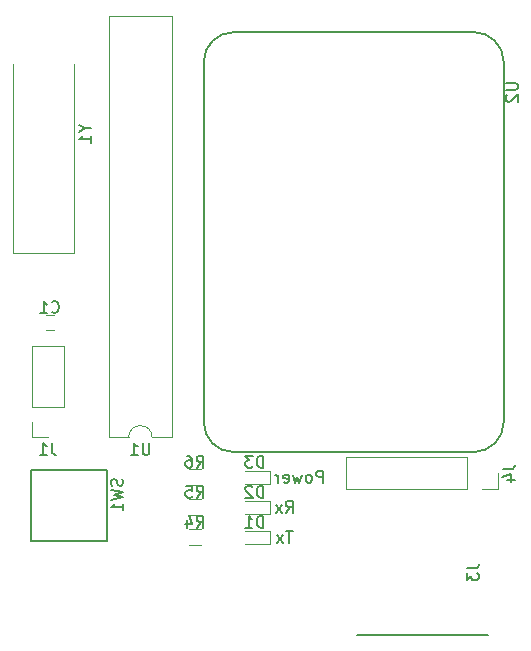
<source format=gbr>
G04 #@! TF.GenerationSoftware,KiCad,Pcbnew,(5.0.2)-1*
G04 #@! TF.CreationDate,2020-05-31T20:08:57-05:00*
G04 #@! TF.ProjectId,ClockBoard,436c6f63-6b42-46f6-9172-642e6b696361,rev?*
G04 #@! TF.SameCoordinates,Original*
G04 #@! TF.FileFunction,Legend,Bot*
G04 #@! TF.FilePolarity,Positive*
%FSLAX46Y46*%
G04 Gerber Fmt 4.6, Leading zero omitted, Abs format (unit mm)*
G04 Created by KiCad (PCBNEW (5.0.2)-1) date 5/31/2020 8:08:57 PM*
%MOMM*%
%LPD*%
G01*
G04 APERTURE LIST*
%ADD10C,0.150000*%
%ADD11C,0.120000*%
G04 APERTURE END LIST*
D10*
G04 #@! TO.C,U2*
X162560000Y-76200000D02*
X142240000Y-76200000D01*
X142240000Y-111760000D02*
X162560000Y-111760000D01*
X139700000Y-78740000D02*
X139700000Y-109220000D01*
X162560000Y-76200000D02*
G75*
G02X165100000Y-78740000I0J-2540000D01*
G01*
X139700000Y-78740000D02*
G75*
G02X142240000Y-76200000I2540000J0D01*
G01*
X165100000Y-78740000D02*
X165100000Y-109220000D01*
X165100000Y-109220000D02*
G75*
G02X162560000Y-111760000I-2540000J0D01*
G01*
X165100000Y-109220000D02*
G75*
G02X162560000Y-111760000I-2540000J0D01*
G01*
X142240000Y-111760000D02*
G75*
G02X139700000Y-109220000I0J2540000D01*
G01*
D11*
G04 #@! TO.C,C1*
X127009600Y-100187200D02*
X126309600Y-100187200D01*
X126309600Y-101387200D02*
X127009600Y-101387200D01*
G04 #@! TO.C,D1*
X145318000Y-118403600D02*
X145318000Y-119543600D01*
X145318000Y-119543600D02*
X143218000Y-119543600D01*
X145318000Y-118403600D02*
X143218000Y-118403600D01*
G04 #@! TO.C,D2*
X145318000Y-115863600D02*
X145318000Y-117003600D01*
X145318000Y-117003600D02*
X143218000Y-117003600D01*
X145318000Y-115863600D02*
X143218000Y-115863600D01*
G04 #@! TO.C,D3*
X145318000Y-113323600D02*
X145318000Y-114463600D01*
X145318000Y-114463600D02*
X143218000Y-114463600D01*
X145318000Y-113323600D02*
X143218000Y-113323600D01*
G04 #@! TO.C,J1*
X125187400Y-102784600D02*
X127847400Y-102784600D01*
X125187400Y-107924600D02*
X125187400Y-102784600D01*
X127847400Y-107924600D02*
X127847400Y-102784600D01*
X125187400Y-107924600D02*
X127847400Y-107924600D01*
X125187400Y-109194600D02*
X125187400Y-110524600D01*
X125187400Y-110524600D02*
X126517400Y-110524600D01*
G04 #@! TO.C,R4*
X139438000Y-118293600D02*
X138438000Y-118293600D01*
X138438000Y-119653600D02*
X139438000Y-119653600D01*
G04 #@! TO.C,R5*
X139438000Y-115753600D02*
X138438000Y-115753600D01*
X138438000Y-117113600D02*
X139438000Y-117113600D01*
G04 #@! TO.C,R6*
X139438000Y-113213600D02*
X138438000Y-113213600D01*
X138438000Y-114573600D02*
X139438000Y-114573600D01*
D10*
G04 #@! TO.C,SW1*
X125056000Y-119318800D02*
X125056000Y-113318800D01*
X131556000Y-119318800D02*
X125056000Y-119318800D01*
X131556000Y-113318800D02*
X131556000Y-119318800D01*
X125056000Y-113318800D02*
X131556000Y-113318800D01*
D11*
G04 #@! TO.C,U1*
X135340600Y-110524600D02*
G75*
G03X133340600Y-110524600I-1000000J0D01*
G01*
X133340600Y-110524600D02*
X131690600Y-110524600D01*
X131690600Y-110524600D02*
X131690600Y-74844600D01*
X131690600Y-74844600D02*
X136990600Y-74844600D01*
X136990600Y-74844600D02*
X136990600Y-110524600D01*
X136990600Y-110524600D02*
X135340600Y-110524600D01*
G04 #@! TO.C,Y1*
X128686400Y-78936000D02*
X128686400Y-94911000D01*
X128686400Y-94911000D02*
X123586400Y-94911000D01*
X123586400Y-94911000D02*
X123586400Y-78936000D01*
G04 #@! TO.C,J4*
X151763802Y-114868000D02*
X151763802Y-112208000D01*
X161983802Y-114868000D02*
X151763802Y-114868000D01*
X161983802Y-112208000D02*
X151763802Y-112208000D01*
X161983802Y-114868000D02*
X161983802Y-112208000D01*
X163253802Y-114868000D02*
X164583802Y-114868000D01*
X164583802Y-114868000D02*
X164583802Y-113538000D01*
D10*
G04 #@! TO.C,J3*
X152641200Y-127214100D02*
X163741200Y-127214100D01*
G04 #@! TO.C,U2*
X165283083Y-80518394D02*
X166092607Y-80518394D01*
X166187845Y-80566013D01*
X166235464Y-80613632D01*
X166283083Y-80708870D01*
X166283083Y-80899346D01*
X166235464Y-80994584D01*
X166187845Y-81042203D01*
X166092607Y-81089822D01*
X165283083Y-81089822D01*
X165378322Y-81518394D02*
X165330703Y-81566013D01*
X165283083Y-81661251D01*
X165283083Y-81899346D01*
X165330703Y-81994584D01*
X165378322Y-82042203D01*
X165473560Y-82089822D01*
X165568798Y-82089822D01*
X165711655Y-82042203D01*
X166283083Y-81470775D01*
X166283083Y-82089822D01*
G04 #@! TO.C,C1*
X126826266Y-99894342D02*
X126873885Y-99941961D01*
X127016742Y-99989580D01*
X127111980Y-99989580D01*
X127254838Y-99941961D01*
X127350076Y-99846723D01*
X127397695Y-99751485D01*
X127445314Y-99561009D01*
X127445314Y-99418152D01*
X127397695Y-99227676D01*
X127350076Y-99132438D01*
X127254838Y-99037200D01*
X127111980Y-98989580D01*
X127016742Y-98989580D01*
X126873885Y-99037200D01*
X126826266Y-99084819D01*
X125873885Y-99989580D02*
X126445314Y-99989580D01*
X126159600Y-99989580D02*
X126159600Y-98989580D01*
X126254838Y-99132438D01*
X126350076Y-99227676D01*
X126445314Y-99275295D01*
G04 #@! TO.C,D1*
X144756095Y-118155980D02*
X144756095Y-117155980D01*
X144518000Y-117155980D01*
X144375142Y-117203600D01*
X144279904Y-117298838D01*
X144232285Y-117394076D01*
X144184666Y-117584552D01*
X144184666Y-117727409D01*
X144232285Y-117917885D01*
X144279904Y-118013123D01*
X144375142Y-118108361D01*
X144518000Y-118155980D01*
X144756095Y-118155980D01*
X143232285Y-118155980D02*
X143803714Y-118155980D01*
X143518000Y-118155980D02*
X143518000Y-117155980D01*
X143613238Y-117298838D01*
X143708476Y-117394076D01*
X143803714Y-117441695D01*
X147248476Y-118425980D02*
X146677047Y-118425980D01*
X146962761Y-119425980D02*
X146962761Y-118425980D01*
X146438952Y-119425980D02*
X145915142Y-118759314D01*
X146438952Y-118759314D02*
X145915142Y-119425980D01*
G04 #@! TO.C,D2*
X144756095Y-115615980D02*
X144756095Y-114615980D01*
X144518000Y-114615980D01*
X144375142Y-114663600D01*
X144279904Y-114758838D01*
X144232285Y-114854076D01*
X144184666Y-115044552D01*
X144184666Y-115187409D01*
X144232285Y-115377885D01*
X144279904Y-115473123D01*
X144375142Y-115568361D01*
X144518000Y-115615980D01*
X144756095Y-115615980D01*
X143803714Y-114711219D02*
X143756095Y-114663600D01*
X143660857Y-114615980D01*
X143422761Y-114615980D01*
X143327523Y-114663600D01*
X143279904Y-114711219D01*
X143232285Y-114806457D01*
X143232285Y-114901695D01*
X143279904Y-115044552D01*
X143851333Y-115615980D01*
X143232285Y-115615980D01*
X146653238Y-116885980D02*
X146986571Y-116409790D01*
X147224666Y-116885980D02*
X147224666Y-115885980D01*
X146843714Y-115885980D01*
X146748476Y-115933600D01*
X146700857Y-115981219D01*
X146653238Y-116076457D01*
X146653238Y-116219314D01*
X146700857Y-116314552D01*
X146748476Y-116362171D01*
X146843714Y-116409790D01*
X147224666Y-116409790D01*
X146319904Y-116885980D02*
X145796095Y-116219314D01*
X146319904Y-116219314D02*
X145796095Y-116885980D01*
G04 #@! TO.C,D3*
X144756095Y-113075980D02*
X144756095Y-112075980D01*
X144518000Y-112075980D01*
X144375142Y-112123600D01*
X144279904Y-112218838D01*
X144232285Y-112314076D01*
X144184666Y-112504552D01*
X144184666Y-112647409D01*
X144232285Y-112837885D01*
X144279904Y-112933123D01*
X144375142Y-113028361D01*
X144518000Y-113075980D01*
X144756095Y-113075980D01*
X143851333Y-112075980D02*
X143232285Y-112075980D01*
X143565619Y-112456933D01*
X143422761Y-112456933D01*
X143327523Y-112504552D01*
X143279904Y-112552171D01*
X143232285Y-112647409D01*
X143232285Y-112885504D01*
X143279904Y-112980742D01*
X143327523Y-113028361D01*
X143422761Y-113075980D01*
X143708476Y-113075980D01*
X143803714Y-113028361D01*
X143851333Y-112980742D01*
X149804190Y-114345980D02*
X149804190Y-113345980D01*
X149423238Y-113345980D01*
X149328000Y-113393600D01*
X149280380Y-113441219D01*
X149232761Y-113536457D01*
X149232761Y-113679314D01*
X149280380Y-113774552D01*
X149328000Y-113822171D01*
X149423238Y-113869790D01*
X149804190Y-113869790D01*
X148661333Y-114345980D02*
X148756571Y-114298361D01*
X148804190Y-114250742D01*
X148851809Y-114155504D01*
X148851809Y-113869790D01*
X148804190Y-113774552D01*
X148756571Y-113726933D01*
X148661333Y-113679314D01*
X148518476Y-113679314D01*
X148423238Y-113726933D01*
X148375619Y-113774552D01*
X148328000Y-113869790D01*
X148328000Y-114155504D01*
X148375619Y-114250742D01*
X148423238Y-114298361D01*
X148518476Y-114345980D01*
X148661333Y-114345980D01*
X147994666Y-113679314D02*
X147804190Y-114345980D01*
X147613714Y-113869790D01*
X147423238Y-114345980D01*
X147232761Y-113679314D01*
X146470857Y-114298361D02*
X146566095Y-114345980D01*
X146756571Y-114345980D01*
X146851809Y-114298361D01*
X146899428Y-114203123D01*
X146899428Y-113822171D01*
X146851809Y-113726933D01*
X146756571Y-113679314D01*
X146566095Y-113679314D01*
X146470857Y-113726933D01*
X146423238Y-113822171D01*
X146423238Y-113917409D01*
X146899428Y-114012647D01*
X145994666Y-114345980D02*
X145994666Y-113679314D01*
X145994666Y-113869790D02*
X145947047Y-113774552D01*
X145899428Y-113726933D01*
X145804190Y-113679314D01*
X145708952Y-113679314D01*
G04 #@! TO.C,J1*
X126850733Y-110976980D02*
X126850733Y-111691266D01*
X126898352Y-111834123D01*
X126993590Y-111929361D01*
X127136447Y-111976980D01*
X127231685Y-111976980D01*
X125850733Y-111976980D02*
X126422161Y-111976980D01*
X126136447Y-111976980D02*
X126136447Y-110976980D01*
X126231685Y-111119838D01*
X126326923Y-111215076D01*
X126422161Y-111262695D01*
G04 #@! TO.C,R4*
X139104666Y-118155980D02*
X139438000Y-117679790D01*
X139676095Y-118155980D02*
X139676095Y-117155980D01*
X139295142Y-117155980D01*
X139199904Y-117203600D01*
X139152285Y-117251219D01*
X139104666Y-117346457D01*
X139104666Y-117489314D01*
X139152285Y-117584552D01*
X139199904Y-117632171D01*
X139295142Y-117679790D01*
X139676095Y-117679790D01*
X138247523Y-117489314D02*
X138247523Y-118155980D01*
X138485619Y-117108361D02*
X138723714Y-117822647D01*
X138104666Y-117822647D01*
G04 #@! TO.C,R5*
X139104666Y-115615980D02*
X139438000Y-115139790D01*
X139676095Y-115615980D02*
X139676095Y-114615980D01*
X139295142Y-114615980D01*
X139199904Y-114663600D01*
X139152285Y-114711219D01*
X139104666Y-114806457D01*
X139104666Y-114949314D01*
X139152285Y-115044552D01*
X139199904Y-115092171D01*
X139295142Y-115139790D01*
X139676095Y-115139790D01*
X138199904Y-114615980D02*
X138676095Y-114615980D01*
X138723714Y-115092171D01*
X138676095Y-115044552D01*
X138580857Y-114996933D01*
X138342761Y-114996933D01*
X138247523Y-115044552D01*
X138199904Y-115092171D01*
X138152285Y-115187409D01*
X138152285Y-115425504D01*
X138199904Y-115520742D01*
X138247523Y-115568361D01*
X138342761Y-115615980D01*
X138580857Y-115615980D01*
X138676095Y-115568361D01*
X138723714Y-115520742D01*
G04 #@! TO.C,R6*
X139104666Y-113075980D02*
X139438000Y-112599790D01*
X139676095Y-113075980D02*
X139676095Y-112075980D01*
X139295142Y-112075980D01*
X139199904Y-112123600D01*
X139152285Y-112171219D01*
X139104666Y-112266457D01*
X139104666Y-112409314D01*
X139152285Y-112504552D01*
X139199904Y-112552171D01*
X139295142Y-112599790D01*
X139676095Y-112599790D01*
X138247523Y-112075980D02*
X138438000Y-112075980D01*
X138533238Y-112123600D01*
X138580857Y-112171219D01*
X138676095Y-112314076D01*
X138723714Y-112504552D01*
X138723714Y-112885504D01*
X138676095Y-112980742D01*
X138628476Y-113028361D01*
X138533238Y-113075980D01*
X138342761Y-113075980D01*
X138247523Y-113028361D01*
X138199904Y-112980742D01*
X138152285Y-112885504D01*
X138152285Y-112647409D01*
X138199904Y-112552171D01*
X138247523Y-112504552D01*
X138342761Y-112456933D01*
X138533238Y-112456933D01*
X138628476Y-112504552D01*
X138676095Y-112552171D01*
X138723714Y-112647409D01*
G04 #@! TO.C,SW1*
X132810761Y-114035466D02*
X132858380Y-114178323D01*
X132858380Y-114416419D01*
X132810761Y-114511657D01*
X132763142Y-114559276D01*
X132667904Y-114606895D01*
X132572666Y-114606895D01*
X132477428Y-114559276D01*
X132429809Y-114511657D01*
X132382190Y-114416419D01*
X132334571Y-114225942D01*
X132286952Y-114130704D01*
X132239333Y-114083085D01*
X132144095Y-114035466D01*
X132048857Y-114035466D01*
X131953619Y-114083085D01*
X131906000Y-114130704D01*
X131858380Y-114225942D01*
X131858380Y-114464038D01*
X131906000Y-114606895D01*
X131858380Y-114940228D02*
X132858380Y-115178323D01*
X132144095Y-115368800D01*
X132858380Y-115559276D01*
X131858380Y-115797371D01*
X132858380Y-116702133D02*
X132858380Y-116130704D01*
X132858380Y-116416419D02*
X131858380Y-116416419D01*
X132001238Y-116321180D01*
X132096476Y-116225942D01*
X132144095Y-116130704D01*
G04 #@! TO.C,U1*
X135102504Y-110976980D02*
X135102504Y-111786504D01*
X135054885Y-111881742D01*
X135007266Y-111929361D01*
X134912028Y-111976980D01*
X134721552Y-111976980D01*
X134626314Y-111929361D01*
X134578695Y-111881742D01*
X134531076Y-111786504D01*
X134531076Y-110976980D01*
X133531076Y-111976980D02*
X134102504Y-111976980D01*
X133816790Y-111976980D02*
X133816790Y-110976980D01*
X133912028Y-111119838D01*
X134007266Y-111215076D01*
X134102504Y-111262695D01*
G04 #@! TO.C,Y1*
X129662590Y-84359809D02*
X130138780Y-84359809D01*
X129138780Y-84026476D02*
X129662590Y-84359809D01*
X129138780Y-84693142D01*
X130138780Y-85550285D02*
X130138780Y-84978857D01*
X130138780Y-85264571D02*
X129138780Y-85264571D01*
X129281638Y-85169333D01*
X129376876Y-85074095D01*
X129424495Y-84978857D01*
G04 #@! TO.C,J4*
X165036182Y-113204666D02*
X165750468Y-113204666D01*
X165893325Y-113157047D01*
X165988563Y-113061809D01*
X166036182Y-112918952D01*
X166036182Y-112823714D01*
X165369516Y-114109428D02*
X166036182Y-114109428D01*
X164988563Y-113871333D02*
X165702849Y-113633238D01*
X165702849Y-114252285D01*
G04 #@! TO.C,J3*
X161973440Y-121612566D02*
X162687726Y-121612566D01*
X162830583Y-121564947D01*
X162925821Y-121469709D01*
X162973440Y-121326852D01*
X162973440Y-121231614D01*
X161973440Y-121993519D02*
X161973440Y-122612566D01*
X162354393Y-122279233D01*
X162354393Y-122422090D01*
X162402012Y-122517328D01*
X162449631Y-122564947D01*
X162544869Y-122612566D01*
X162782964Y-122612566D01*
X162878202Y-122564947D01*
X162925821Y-122517328D01*
X162973440Y-122422090D01*
X162973440Y-122136376D01*
X162925821Y-122041138D01*
X162878202Y-121993519D01*
G04 #@! TD*
M02*

</source>
